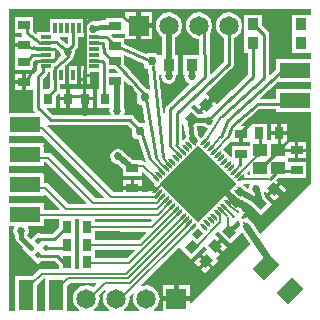
<source format=gtl>
%FSLAX33Y33*%
%MOMM*%
%AMRect-W741421-H941421-RO1.000*
21,1,0.741421,0.941421,0.,0.,180*%
%AMRect-W741421-H941421-RO0.500*
21,1,0.741421,0.941421,0.,0.,270*%
%AMRect-W1650000-H1650000-RO1.500*
21,1,1.65,1.65,0.,0.,90*%
%AMRect-W741421-H941421-RO1.750*
21,1,0.741421,0.941421,0.,0.,45*%
%AMRect-W1650000-H1650000-RO0.500*
21,1,1.65,1.65,0.,0.,270*%
%AMRect-W1270000-H2540000-RO0.500*
21,1,1.27,2.54,0.,0.,270*%
%AMRR-H750000-W750000-R375000-RO0.000*
1,1,0.75,0.,0.*
1,1,0.75,0.,0.*
1,1,0.75,0.,-0.*
1,1,0.75,-0.,0.*%
%AMRect-W741421-H941421-RO1.500*
21,1,0.741421,0.941421,0.,0.,90*%
%AMRect-W293622-H923461-RO0.500*
21,1,0.293622,0.923461,0.,0.,270*%
%AMRect-W923461-H293622-RO0.500*
21,1,0.923461,0.293622,0.,0.,270*%
%AMRect-W1317432-H1824264-RO0.250*
21,1,1.317432,1.824264,0.,0.,315*%
%AMRect-W741421-H941421-RO0.250*
21,1,0.741421,0.941421,0.,0.,315*%
%AMRect-W891421-H1041420-RO1.000*
21,1,0.891421,1.04142,0.,0.,180*%
%AMRect-W741421-H941421-RO0.750*
21,1,0.741421,0.941421,0.,0.,225*%
%AMRect-W1141421-H1041421-RO1.000*
21,1,1.141421,1.041421,0.,0.,180*%
%AMRR-H750000-W243205-R121602-RO0.250*
21,1,0.000001,0.75,0.,0.,315*
21,1,0.243205,0.506796,0.,0.,315*
1,1,0.243204,0.1791790906,0.1791797977*
1,1,0.243204,0.1791797977,0.1791790906*
1,1,0.243204,-0.1791790906,-0.1791797977*
1,1,0.243204,-0.1791797977,-0.1791790906*%
%AMRR-H243205-W750000-R121602-RO0.250*
21,1,0.506796,0.243205,0.,0.,315*
21,1,0.75,0.000001,0.,0.,315*
1,1,0.243204,-0.1791790906,0.1791797977*
1,1,0.243204,0.1791797977,-0.1791790906*
1,1,0.243204,0.1791790906,-0.1791797977*
1,1,0.243204,-0.1791797977,0.1791790906*%
%AMRect-W3838000-H3838000-RO0.250*
21,1,3.838,3.838,0.,0.,315*%
%AMRect-W4600000-H4600000-RO0.250*
21,1,4.6,4.6,0.,0.,315*%
%AMRect-W450000-H450000-RO1.250*
21,1,0.45,0.45,0.,0.,135*%
%ADD10C,0.254*%
%ADD11C,0.5588*%
%ADD12C,0.2032*%
%ADD13C,0.2286*%
%ADD14C,0.508*%
%ADD15C,0.4572*%
%ADD16C,0.381*%
%ADD17C,0.1778*%
%ADD18C,0.6096*%
%ADD19C,0.5842*%
%ADD20C,0.6858*%
%ADD21Rect-W741421-H941421-RO1.000*%
%ADD22Rect-W741421-H941421-RO0.500*%
%ADD23C,1.65*%
%ADD24Rect-W1650000-H1650000-RO1.500*%
%ADD25Rect-W741421-H941421-RO1.750*%
%ADD26C,1.65*%
%ADD27Rect-W1650000-H1650000-RO0.500*%
%ADD28Rect-W1270000-H2540000-RO0.500*%
%ADD29C,0.32*%
%ADD30RR-H750000-W750000-R375000-RO0.000*%
%ADD31Rect-W741421-H941421-RO1.500*%
%ADD32Rect-W293622-H923461-RO0.500*%
%ADD33Rect-W923461-H293622-RO0.500*%
%ADD34R,0.9X1.*%
%ADD35Rect-W1317432-H1824264-RO0.250*%
%ADD36Rect-W741421-H941421-RO0.250*%
%ADD37R,1.27X2.54*%
%ADD38Rect-W891421-H1041420-RO1.000*%
%ADD39Rect-W741421-H941421-RO0.750*%
%ADD40Rect-W1141421-H1041421-RO1.000*%
%ADD41R,0.741421X0.941421*%
%ADD42RR-H750000-W243205-R121602-RO0.250*%
%ADD43RR-H243205-W750000-R121602-RO0.250*%
%ADD44Rect-W3838000-H3838000-RO0.250*%
%ADD45Rect-W4600000-H4600000-RO0.250*%
%ADD46Rect-W450000-H450000-RO1.250*%
D10*
%LNpour fill*%
G36*
G01*
X16407Y16756D02*
X16305Y16859D01*
X17260Y17814D01*
X17600Y17475D01*
X20218Y19923D01*
X20218Y21839D01*
X19870Y21839D01*
X19870Y25049D01*
X21380Y25049D01*
X21380Y24189D01*
X21895Y23673D01*
X21989Y23533D01*
X22022Y23368D01*
X22022Y20001D01*
X22113Y19961D01*
X22607Y20413D01*
X22607Y21260D01*
X25527Y21260D01*
X25527Y21839D01*
X23970Y21839D01*
X23970Y25049D01*
X25527Y25049D01*
X25527Y25527D01*
X11173Y25527D01*
X11173Y25260D01*
X12103Y25260D01*
X12103Y24330D01*
X11173Y24330D01*
X11173Y25260D01*
X11173Y25527D01*
X0Y25527D01*
X0Y16688D01*
X2155Y16688D01*
X2193Y16784D01*
X2108Y16865D01*
X2064Y16931D01*
X2018Y16995D01*
X2017Y17001D01*
X2014Y17005D01*
X1999Y17083D01*
X1981Y17160D01*
X1981Y18693D01*
X1391Y18693D01*
X1391Y19216D01*
X1087Y19216D01*
X1087Y18693D01*
X0463Y18693D01*
X0463Y19216D01*
X1087Y19216D01*
X1391Y19216D01*
X1391Y20044D01*
X1087Y20044D01*
X1087Y19521D01*
X0463Y19521D01*
X0463Y20044D01*
X1087Y20044D01*
X1391Y20044D01*
X2108Y20044D01*
X2388Y20373D01*
X2388Y21234D01*
X2190Y21234D01*
X2015Y20964D01*
X2015Y20393D01*
X0463Y20393D01*
X0463Y22328D01*
X1315Y22328D01*
X1315Y22633D01*
X0463Y22633D01*
X0463Y23156D01*
X1087Y23156D01*
X1127Y23246D01*
X1102Y23275D01*
X1046Y23434D01*
X1050Y23505D01*
X0463Y23505D01*
X0463Y24856D01*
X2015Y24856D01*
X2015Y23629D01*
X2304Y23412D01*
X2388Y23454D01*
X2388Y23622D01*
X3464Y23622D01*
X3464Y24697D01*
X6263Y24697D01*
X6263Y23855D01*
X6568Y23855D01*
X6568Y24697D01*
X6867Y24697D01*
X6867Y24460D01*
X7118Y24527D01*
X7291Y24481D01*
X8191Y24595D01*
X8191Y24806D01*
X9843Y24806D01*
X9843Y25260D01*
X10773Y25260D01*
X10773Y23000D01*
X9742Y23000D01*
X9742Y22565D01*
X11594Y21743D01*
X11617Y21759D01*
X11760Y21787D01*
X12370Y21787D01*
X12513Y21759D01*
X12635Y21677D01*
X12668Y21628D01*
X12954Y21628D01*
X12954Y23183D01*
X12667Y23381D01*
X12416Y23860D01*
X12416Y23930D01*
X12103Y23930D01*
X12103Y23000D01*
X11173Y23000D01*
X11173Y23930D01*
X12103Y23930D01*
X12416Y23930D01*
X12416Y24400D01*
X12667Y24879D01*
X13112Y25186D01*
X13649Y25252D01*
X14155Y25060D01*
X14513Y24655D01*
X14643Y24130D01*
X14513Y23605D01*
X14155Y23200D01*
X14072Y23169D01*
X14072Y21628D01*
X14263Y21628D01*
X14263Y19977D01*
X14123Y19977D01*
X14161Y19837D01*
X14074Y19514D01*
X13837Y19276D01*
X13513Y19190D01*
X13189Y19276D01*
X12952Y19514D01*
X12865Y19837D01*
X12903Y19977D01*
X12688Y19977D01*
X13061Y16750D01*
X13203Y16757D01*
X13208Y17057D01*
X13227Y17136D01*
X13244Y17215D01*
X13246Y17218D01*
X13246Y17221D01*
X13293Y17287D01*
X13340Y17354D01*
X15293Y19188D01*
X15271Y19275D01*
X15170Y19302D01*
X14933Y19539D01*
X14846Y19863D01*
X14877Y19977D01*
X14712Y19977D01*
X14712Y21628D01*
X16117Y21628D01*
X16108Y23018D01*
X15652Y23074D01*
X15207Y23381D01*
X14956Y23860D01*
X14956Y24400D01*
X15207Y24879D01*
X15652Y25186D01*
X16189Y25252D01*
X16695Y25060D01*
X17053Y24655D01*
X17183Y24130D01*
X17053Y23605D01*
X16968Y23509D01*
X16991Y20085D01*
X17083Y20046D01*
X18161Y21061D01*
X18161Y23095D01*
X17747Y23381D01*
X17496Y23860D01*
X17496Y24400D01*
X17747Y24879D01*
X18192Y25186D01*
X18729Y25252D01*
X19235Y25060D01*
X19593Y24655D01*
X19723Y24130D01*
X19593Y23605D01*
X19235Y23200D01*
X19025Y23121D01*
X19025Y20828D01*
X18992Y20663D01*
X18898Y20523D01*
X18758Y20429D01*
X18748Y20427D01*
X16635Y18439D01*
X17045Y18030D01*
X16089Y17075D01*
X15651Y17513D01*
X15397Y17273D01*
X16008Y16662D01*
X16369Y16662D01*
X9843Y23454D02*
X8684Y23454D01*
X8645Y23360D01*
X8900Y23106D01*
X9843Y23106D01*
X4996Y22683D02*
X4996Y23164D01*
X4464Y23164D01*
X4367Y23164D01*
X4272Y23164D01*
X4236Y23064D01*
X4860Y22546D01*
X8496Y16916D02*
X8564Y17170D01*
X7421Y17170D01*
X7421Y18721D01*
X7620Y18721D01*
X7620Y20219D01*
X6867Y20219D01*
X6867Y20062D01*
X6568Y20062D01*
X6568Y19757D01*
X6867Y19757D01*
X6867Y19143D01*
X6568Y19143D01*
X6568Y19757D01*
X6568Y20062D01*
X6339Y20062D01*
X6339Y19986D01*
X6263Y19986D01*
X6263Y19143D01*
X6068Y19143D01*
X6068Y20676D01*
X6410Y20676D01*
X6410Y23164D01*
X5834Y23164D01*
X5834Y22510D01*
X5802Y22349D01*
X5712Y22213D01*
X5562Y22064D01*
X5601Y21920D01*
X5514Y21596D01*
X5379Y21462D01*
X5383Y21428D01*
X5337Y21266D01*
X5233Y21134D01*
X4911Y20860D01*
X5068Y20676D01*
X5763Y20676D01*
X5763Y19143D01*
X5068Y19143D01*
X5068Y20676D01*
X4911Y20860D01*
X4811Y20776D01*
X4820Y20752D01*
X4763Y20752D01*
X4763Y19143D01*
X4331Y19143D01*
X4331Y18721D01*
X4831Y18721D01*
X5136Y18721D01*
X6245Y18721D01*
X6549Y18721D01*
X7072Y18721D01*
X7072Y18098D01*
X6549Y18098D01*
X6549Y18721D01*
X6245Y18721D01*
X6245Y17170D01*
X6549Y17170D01*
X6549Y17793D01*
X7072Y17793D01*
X7072Y17170D01*
X6549Y17170D01*
X6245Y17170D01*
X5136Y17170D01*
X5136Y18721D01*
X4831Y18721D01*
X4831Y18098D01*
X4308Y18098D01*
X4308Y17793D01*
X4831Y17793D01*
X4831Y17170D01*
X4308Y17170D01*
X4308Y17793D01*
X4308Y18098D01*
X4308Y18323D01*
X4220Y18364D01*
X3959Y18143D01*
X3959Y17170D01*
X3179Y17170D01*
X3140Y17074D01*
X3680Y16561D01*
X8592Y16561D01*
X3231Y22323D02*
X2313Y22323D01*
X2218Y22386D01*
X2204Y22407D01*
X2099Y22486D01*
X2015Y22444D01*
X2015Y22098D01*
X2312Y22098D01*
X2312Y22018D01*
X3231Y22018D01*
X3997Y21233D02*
X4010Y21228D01*
X4402Y21561D01*
X4306Y21916D01*
X4009Y22163D01*
X3921Y22122D01*
X3921Y21323D01*
X3078Y21323D01*
X3078Y21018D01*
X3997Y21018D01*
X11767Y20426D02*
X11617Y20456D01*
X11495Y20537D01*
X11414Y20659D01*
X11385Y20803D01*
X11385Y20891D01*
X9748Y21617D01*
X9748Y20852D01*
X11624Y18739D01*
X11811Y18739D01*
X11965Y18709D01*
X9191Y20178D02*
X8961Y20437D01*
X8484Y20437D01*
X8484Y20089D01*
X9151Y20089D01*
X3493Y18879D02*
X3493Y19143D01*
X3464Y19143D01*
X3464Y20219D01*
X3297Y20219D01*
X3269Y20079D01*
X3176Y19938D01*
X3121Y19902D01*
X2845Y19577D01*
X2845Y18721D01*
X3306Y18721D01*
X11266Y17380D02*
X11201Y17380D01*
X11058Y17408D01*
X10936Y17489D01*
X10855Y17611D01*
X10826Y17755D01*
X10826Y18337D01*
X9846Y19441D01*
X9748Y19403D01*
X9748Y18737D01*
X9703Y18737D01*
X9703Y17248D01*
X9792Y16916D01*
X9696Y16561D01*
X10236Y16561D01*
X10401Y16528D01*
X10542Y16434D01*
X10593Y16358D01*
X11056Y15894D01*
X11379Y15894D01*
X11532Y15864D01*
X22607Y18720D02*
X25527Y18720D01*
X25527Y19380D01*
X22757Y19380D01*
X21249Y18004D01*
X21286Y17907D01*
X22607Y17907D01*
X25527Y10795D02*
X25527Y16840D01*
X22607Y16840D01*
X22607Y17043D01*
X21191Y17043D01*
X19644Y15718D01*
X19681Y15618D01*
X20496Y15618D01*
X20496Y15800D01*
X21847Y15800D01*
X21847Y14415D01*
X22196Y14415D01*
X22196Y14872D01*
X22196Y15177D01*
X22196Y15800D01*
X22719Y15800D01*
X22719Y15177D01*
X22196Y15177D01*
X22196Y14872D01*
X23024Y14872D01*
X23024Y15177D01*
X23024Y15800D01*
X23547Y15800D01*
X23547Y15177D01*
X23024Y15177D01*
X23024Y14872D01*
X23547Y14872D01*
X23547Y14415D01*
X23652Y14415D01*
X23652Y14239D01*
X24182Y14239D01*
X24487Y14239D01*
X25110Y14239D01*
X25110Y13716D01*
X24487Y13716D01*
X24487Y14239D01*
X24182Y14239D01*
X24182Y12888D01*
X24487Y12888D01*
X24487Y13411D01*
X25110Y13411D01*
X25110Y12888D01*
X24487Y12888D01*
X24182Y12888D01*
X23651Y12888D01*
X23652Y12539D01*
X25110Y12539D01*
X25110Y11188D01*
X23559Y11188D01*
X23559Y11214D01*
X22741Y11214D01*
X22607Y11087D01*
X22789Y10906D01*
X22203Y10320D01*
X22419Y10105D01*
X22419Y10105D01*
X22634Y10320D01*
X23004Y10690D01*
X23445Y10250D01*
X23075Y9880D01*
X22634Y10320D01*
X22419Y10105D01*
X22860Y9664D01*
X22490Y9294D01*
X22049Y9735D01*
X22419Y10105D01*
X22203Y10320D01*
X21833Y9950D01*
X21691Y10092D01*
X21590Y10035D01*
X21706Y9585D01*
X22243Y9047D01*
X21288Y8092D01*
X20417Y8963D01*
X19727Y9352D01*
X19647Y9272D01*
X19113Y9807D01*
X18897Y9591D01*
X19432Y9056D01*
X19365Y8989D01*
X18830Y9524D01*
X18615Y9308D01*
X19203Y8720D01*
X19343Y8859D01*
X19473Y8744D01*
X19543Y8734D01*
X19741Y8562D01*
X19808Y8332D01*
X19967Y8309D01*
X19975Y8303D01*
X19612Y7941D01*
X19828Y7725D01*
X20182Y8079D01*
X20239Y7887D01*
X20203Y7765D01*
X20434Y7667D01*
X20601Y7497D01*
X21246Y6514D01*
X14939Y14677D02*
X14762Y15832D01*
X14622Y15822D01*
X14609Y14480D01*
X14703Y14440D01*
X9660Y10246D02*
X9660Y10551D01*
X9660Y11074D01*
X10283Y11074D01*
X10283Y10551D01*
X9660Y10551D01*
X9660Y10246D01*
X10588Y10246D01*
X10588Y10551D01*
X10588Y11074D01*
X11211Y11074D01*
X11211Y10551D01*
X10588Y10551D01*
X10588Y10246D01*
X11211Y10246D01*
X11211Y10008D01*
X11659Y10008D01*
X11722Y10117D01*
X12009Y10404D01*
X12364Y10049D01*
X12580Y10264D01*
X12225Y10620D01*
X12307Y10703D01*
X11722Y11288D01*
X11683Y11355D01*
X11305Y11733D01*
X11211Y11694D01*
X11211Y11423D01*
X9660Y11423D01*
X9660Y11984D01*
X9134Y12424D01*
X8871Y12495D01*
X8634Y12732D01*
X8547Y13056D01*
X8634Y13379D01*
X8871Y13617D01*
X9195Y13703D01*
X9519Y13617D01*
X9756Y13379D01*
X9762Y13356D01*
X10457Y12774D01*
X11211Y12774D01*
X11211Y12649D01*
X11370Y12649D01*
X11572Y12609D01*
X10944Y14535D01*
X10770Y14535D01*
X10626Y14563D01*
X10504Y14645D01*
X10423Y14766D01*
X10395Y14910D01*
X10395Y15335D01*
X10032Y15697D01*
X3480Y15697D01*
X3278Y15737D01*
X3225Y15638D01*
X8855Y10008D01*
X9660Y10008D01*
X16471Y14866D02*
X16838Y15449D01*
X16570Y15520D01*
X16495Y15596D01*
X15877Y15596D01*
X15988Y14876D01*
X16143Y14721D01*
X16216Y14611D01*
X18875Y13039D02*
X18875Y13918D01*
X20400Y13918D01*
X20400Y14267D01*
X19803Y14267D01*
X19803Y15019D01*
X19498Y15019D01*
X19498Y14267D01*
X18875Y14267D01*
X18875Y14306D01*
X18779Y14345D01*
X18126Y13654D01*
X18781Y13000D01*
X8069Y9644D02*
X2905Y14808D01*
X0Y14808D01*
X0Y14148D01*
X2946Y14148D01*
X2946Y13360D01*
X3302Y13360D01*
X3458Y13329D01*
X3589Y13241D01*
X7280Y9550D01*
X8030Y9550D01*
X6545Y9136D02*
X3134Y12548D01*
X2946Y12548D01*
X2946Y12268D01*
X0Y12268D01*
X0Y11608D01*
X2946Y11608D01*
X2946Y10820D01*
X3048Y10820D01*
X3204Y10789D01*
X3335Y10701D01*
X4994Y9042D01*
X6506Y9042D01*
X20400Y11819D02*
X20306Y11858D01*
X20115Y11666D01*
X20274Y11506D01*
X20400Y11506D01*
X20361Y10693D02*
X19878Y10693D01*
X19839Y10599D01*
X19903Y10536D01*
X20264Y10332D01*
X4259Y8628D02*
X3040Y9847D01*
X2946Y9808D01*
X2946Y9728D01*
X0Y9728D01*
X0Y9068D01*
X2946Y9068D01*
X2946Y8534D01*
X4220Y8534D01*
X12089Y7628D02*
X12050Y7722D01*
X7266Y7722D01*
X7266Y7517D01*
X11967Y7506D01*
X2481Y6675D02*
X2684Y6472D01*
X3656Y6472D01*
X4215Y7030D01*
X4215Y7722D01*
X2946Y7722D01*
X2946Y7188D01*
X1593Y7188D01*
X1554Y7094D01*
X1577Y7071D01*
X1664Y6747D01*
X1577Y6423D01*
X1529Y6376D01*
X1855Y6050D01*
X5915Y7722D02*
X5566Y7722D01*
X5566Y3531D01*
X5915Y3531D01*
X0508Y2896D02*
X1967Y2896D01*
X2483Y3412D01*
X2614Y3500D01*
X2770Y3531D01*
X4215Y3531D01*
X4215Y3841D01*
X3878Y4178D01*
X2684Y4178D01*
X2481Y3975D01*
X1130Y5325D01*
X1155Y5349D01*
X0666Y5838D01*
X0558Y5999D01*
X0521Y6188D01*
X0521Y6358D01*
X0455Y6423D01*
X0368Y6747D01*
X0455Y7071D01*
X0478Y7094D01*
X0439Y7188D01*
X0Y7188D01*
X0Y0D01*
X0508Y0D01*
X16419Y6591D02*
X16021Y6988D01*
X15492Y6458D01*
X15898Y6052D01*
X13018Y0816D02*
X14348Y0816D01*
X14348Y1216D01*
X14348Y2146D01*
X15278Y2146D01*
X15278Y1216D01*
X14348Y1216D01*
X14348Y0816D01*
X15278Y0816D01*
X15278Y0679D01*
X15372Y0640D01*
X20366Y5634D01*
X19708Y6635D01*
X18718Y5646D01*
X17660Y6704D01*
X17417Y6453D01*
X17816Y6055D01*
X17446Y5685D01*
X17661Y5470D01*
X18031Y5839D01*
X18472Y5399D01*
X18102Y5029D01*
X17661Y5470D01*
X17446Y5685D01*
X17284Y5523D01*
X17338Y5470D01*
X17284Y5416D01*
X17886Y4813D01*
X17511Y4439D01*
X17709Y4241D01*
X17269Y3800D01*
X17053Y3585D01*
X16613Y3144D01*
X16243Y3514D01*
X16683Y3954D01*
X17053Y3585D01*
X17269Y3800D01*
X16683Y4386D01*
X16468Y4170D01*
X16027Y3729D01*
X15657Y4099D01*
X16098Y4540D01*
X16468Y4170D01*
X16683Y4386D01*
X16313Y4755D01*
X16759Y5201D01*
X16512Y5448D01*
X15411Y4346D01*
X14381Y5376D01*
X11177Y2172D01*
X11225Y2075D01*
X11744Y2138D01*
X12250Y1946D01*
X12608Y1541D01*
X12707Y1139D01*
X13018Y1216D01*
X13018Y2146D01*
X13948Y2146D01*
X13948Y1216D01*
X13018Y1216D01*
X12707Y1139D01*
X12738Y1016D01*
X12608Y0491D01*
X12253Y0090D01*
X12293Y0D01*
X13018Y0D01*
X11627Y6600D02*
X11588Y6694D01*
X7266Y6704D01*
X7266Y5985D01*
X11012Y5985D01*
X10671Y5078D02*
X10632Y5172D01*
X7266Y5172D01*
X7266Y4420D01*
X10012Y4420D01*
X3048Y2718D02*
X2938Y2718D01*
X2388Y2167D01*
X2388Y0D01*
X3048Y0D01*
X5914Y0107D02*
X5682Y0267D01*
X5431Y0746D01*
X5431Y1286D01*
X5682Y1765D01*
X6127Y2072D01*
X6664Y2138D01*
X7127Y1962D01*
X7408Y2243D01*
X7369Y2337D01*
X5186Y2337D01*
X4928Y2079D01*
X4928Y0D01*
X5880Y0D01*
X8454Y0107D02*
X8222Y0267D01*
X7971Y0746D01*
X7971Y1286D01*
X8177Y1678D01*
X8071Y1756D01*
X7593Y1278D01*
X7658Y1016D01*
X7528Y0491D01*
X7173Y0090D01*
X7213Y0D01*
X8420Y0D01*
X10994Y0107D02*
X10762Y0267D01*
X10511Y0746D01*
X10511Y1286D01*
X10551Y1363D01*
X10446Y1441D01*
X10163Y1158D01*
X10198Y1016D01*
X10068Y0491D01*
X9713Y0090D01*
X9753Y0D01*
X10960Y0D01*
G37*
%LNtop copper_traces*%
X21590Y23368D02*
X21590Y23114D01*
X10312Y24333D02*
X9677Y24892D01*
X12471Y13005D02*
X11608Y17932D01*
D11*
X19101Y9322D02*
X20320Y8484D01*
D10*
X22903Y13745D02*
X24233Y14948D01*
D12*
X5017Y2743D02*
X4508Y2234D01*
D13*
X7569Y22657D02*
X7950Y22657D01*
D12*
X7112Y9144D02*
X3302Y12954D01*
D10*
X9144Y19152D02*
X8915Y19558D01*
D13*
X4051Y4597D02*
X4635Y4013D01*
D10*
X24106Y13620D02*
X22903Y13620D01*
X22827Y13570D02*
X21572Y12365D01*
X22827Y14898D02*
X22827Y13570D01*
D13*
X4953Y22047D02*
X4953Y21463D01*
D10*
X2870Y20650D02*
X2870Y20244D01*
D13*
X3912Y19583D02*
X3912Y18669D01*
D14*
X9144Y17145D02*
X9144Y19152D01*
D13*
X6401Y23546D02*
X6401Y20371D01*
D10*
X18898Y15646D02*
X21031Y17475D01*
D14*
X10160Y12294D02*
X9220Y13081D01*
D12*
X3302Y12954D02*
X2540Y12954D01*
D15*
X16942Y16129D02*
X15748Y16129D01*
D10*
X14173Y14122D02*
X14199Y16739D01*
D13*
X3155Y22708D02*
X4009Y22708D01*
D10*
X18186Y10185D02*
X18237Y10211D01*
X16739Y16078D02*
X20650Y19736D01*
X3480Y16129D02*
X10236Y16129D01*
X18440Y16027D02*
X23063Y20244D01*
X19507Y12344D02*
X19583Y13081D01*
D12*
X13550Y9079D02*
X12624Y8128D01*
D10*
X2845Y20244D02*
X2413Y19736D01*
D13*
X4889Y7112D02*
X3830Y6053D01*
D12*
X14529Y13614D02*
X14148Y14046D01*
X17882Y8001D02*
X17882Y7518D01*
D10*
X2489Y22733D02*
X1473Y23495D01*
X4089Y21463D02*
X3708Y21158D01*
X11582Y18136D02*
X8966Y21082D01*
X5969Y19634D02*
X6223Y19634D01*
D13*
X3082Y5325D02*
X4890Y5325D01*
D15*
X19939Y8052D02*
X20295Y8458D01*
D13*
X3912Y20599D02*
X3912Y20244D01*
D16*
X1880Y5325D02*
X1016Y6188D01*
D10*
X3912Y18669D02*
X3404Y18237D01*
X21216Y13656D02*
X21434Y13265D01*
D12*
X19609Y11100D02*
X22022Y11100D01*
X2540Y8128D02*
X12624Y8128D01*
D10*
X1473Y23546D02*
X1473Y24206D01*
D13*
X12701Y9928D02*
X12375Y9601D01*
D10*
X18593Y20828D02*
X18593Y23622D01*
D12*
X19533Y11659D02*
X21082Y13208D01*
X17907Y16383D02*
X16739Y14529D01*
D14*
X22530Y10312D02*
X23266Y9677D01*
D10*
X3531Y22174D02*
X3785Y22174D01*
D12*
X18694Y8890D02*
X19355Y8306D01*
D10*
X1956Y21666D02*
X1626Y21158D01*
D13*
X4009Y22708D02*
X4928Y21946D01*
D12*
X13056Y12243D02*
X12471Y12954D01*
D14*
X15469Y19990D02*
X15469Y20676D01*
D10*
X13640Y17043D02*
X13589Y13995D01*
X17907Y14707D02*
X18415Y15977D01*
X2413Y19736D02*
X2413Y17170D01*
X2845Y21666D02*
X1956Y21666D01*
D14*
X20828Y9373D02*
X19431Y10160D01*
D12*
X8636Y9652D02*
X2794Y15494D01*
X3048Y10414D02*
X2286Y10414D01*
X13832Y8796D02*
X12135Y7099D01*
D10*
X4953Y21463D02*
X3937Y20599D01*
X22827Y13570D02*
X22472Y13265D01*
D12*
X2794Y15494D02*
X2032Y15494D01*
D10*
X6223Y18186D02*
X6274Y18237D01*
D16*
X1016Y6188D02*
X1016Y6747D01*
D15*
X19253Y7366D02*
X18618Y6731D01*
D12*
X11370Y12243D02*
X10435Y12243D01*
D10*
X20904Y16383D02*
X19650Y15129D01*
X18136Y10008D02*
X18034Y10008D01*
D12*
X17577Y13665D02*
X18466Y14605D01*
D10*
X20650Y19736D02*
X20650Y22352D01*
D13*
X4928Y19507D02*
X4928Y18313D01*
D12*
X12375Y9601D02*
X8687Y9601D01*
D10*
X2413Y17170D02*
X3454Y16180D01*
X2337Y21133D02*
X1473Y19558D01*
D12*
X14964Y7665D02*
X10042Y2743D01*
X18493Y7948D02*
X18517Y7099D01*
X18468Y7973D02*
X18110Y8331D01*
D14*
X6426Y16916D02*
X6426Y17577D01*
D10*
X3785Y22174D02*
X4089Y21946D01*
D13*
X2608Y4597D02*
X4051Y4597D01*
D12*
X13267Y9347D02*
X12556Y8636D01*
D13*
X2743Y21158D02*
X2388Y21158D01*
D10*
X1524Y22301D02*
X2769Y22174D01*
D17*
X12624Y10414D02*
X12954Y10719D01*
D10*
X7823Y21158D02*
X8026Y20955D01*
D18*
X20091Y7163D02*
X22174Y3988D01*
D12*
X13030Y12979D02*
X13360Y12522D01*
D13*
X3175Y22682D02*
X2515Y22682D01*
D12*
X12954Y9601D02*
X12497Y9144D01*
X10181Y4013D02*
X6590Y4013D01*
D10*
X21242Y14821D02*
X21216Y13656D01*
D13*
X3830Y6053D02*
X2516Y6053D01*
D12*
X14115Y8514D02*
X11181Y5579D01*
X12418Y11194D02*
X11370Y12243D01*
D10*
X6325Y18415D02*
X6325Y19685D01*
X7137Y24917D02*
X6452Y24282D01*
D19*
X19025Y9398D02*
X18263Y10160D01*
D12*
X10042Y2743D02*
X5017Y2743D01*
X12418Y10211D02*
X10435Y10211D01*
D10*
X8230Y23165D02*
X8763Y22631D01*
X9271Y22301D02*
X12192Y21006D01*
X1295Y19304D02*
X1549Y19355D01*
D12*
X15530Y7099D02*
X9319Y0889D01*
D10*
X21057Y17475D02*
X24867Y17475D01*
D12*
X14681Y7948D02*
X9857Y3124D01*
D10*
X17145Y3683D02*
X16510Y4318D01*
X20828Y24130D02*
X21590Y23368D01*
D12*
X7061Y1321D02*
X6528Y1321D01*
X8101Y2361D02*
X7061Y1321D01*
D10*
X21082Y13208D02*
X21158Y13208D01*
X22047Y11151D02*
X22555Y11633D01*
D12*
X2770Y3124D02*
X1880Y2234D01*
D13*
X7493Y21158D02*
X7823Y21158D01*
D10*
X3708Y21158D02*
X3531Y21158D01*
X8077Y21793D02*
X8611Y21184D01*
D12*
X14398Y8231D02*
X10181Y4013D01*
X10242Y2361D02*
X8101Y2361D01*
X4826Y8636D02*
X3048Y10414D01*
D14*
X15494Y14580D02*
X15748Y14326D01*
D10*
X4089Y21920D02*
X4089Y21463D01*
D12*
X18364Y8636D02*
X18999Y7950D01*
X2770Y3124D02*
X9857Y3124D01*
D10*
X16561Y19787D02*
X13640Y17043D01*
X8611Y21184D02*
X8763Y21184D01*
D12*
X12446Y9144D02*
X7112Y9144D01*
D10*
X1295Y18186D02*
X1295Y19304D01*
X12167Y20726D02*
X13056Y13030D01*
D12*
X12135Y7099D02*
X6590Y7112D01*
D10*
X18186Y4699D02*
X17551Y5334D01*
D12*
X12040Y12725D02*
X12954Y11786D01*
D13*
X7569Y23165D02*
X8230Y23165D01*
D10*
X24055Y11831D02*
X22852Y11831D01*
X4928Y18313D02*
X4953Y18237D01*
X18491Y14656D02*
X18847Y15596D01*
D14*
X16815Y17526D02*
X17170Y17882D01*
D12*
X15247Y7366D02*
X10242Y2361D01*
X12556Y8636D02*
X4826Y8636D01*
X11181Y5579D02*
X6590Y5579D01*
D10*
X11963Y12802D02*
X11176Y15215D01*
D12*
X19279Y11989D02*
X19533Y12344D01*
D15*
X8763Y24130D02*
X7163Y23927D01*
D10*
X16535Y23622D02*
X16561Y19812D01*
D12*
X13614Y13970D02*
X14224Y13335D01*
D10*
X5258Y18186D02*
X6223Y18186D01*
X9576Y24917D02*
X7137Y24917D01*
X17983Y16434D02*
X21590Y19660D01*
D12*
X22442Y12167D02*
X22442Y12167D01*
D10*
X22903Y13620D02*
X22776Y13390D01*
D12*
X17882Y7518D02*
X15900Y5470D01*
D10*
X7950Y22631D02*
X8052Y21844D01*
D13*
X5415Y22509D02*
X4953Y22047D01*
D15*
X15291Y15900D02*
X15494Y14580D01*
D13*
X5415Y23546D02*
X5415Y22509D01*
D10*
X22835Y20015D02*
X25222Y20015D01*
D14*
X13513Y19888D02*
X13513Y23393D01*
D12*
X17247Y13919D02*
X17882Y14656D01*
D14*
X20930Y10363D02*
X21209Y9271D01*
D10*
X10211Y16129D02*
X10947Y15392D01*
X8052Y20955D02*
X8052Y18263D01*
X21590Y23114D02*
X21590Y19685D01*
X14199Y16739D02*
X18517Y20803D01*
D20*
X13513Y18263D03*
X20904Y16383D03*
X7874Y13970D03*
X22428Y8534D03*
X3302Y9144D03*
X1372Y18263D03*
X3226Y13970D03*
X7118Y23880D03*
X23444Y9550D03*
X13431Y10719D03*
X16002Y11989D03*
X17450Y21234D03*
X1016Y6747D03*
X18593Y10693D03*
X17399Y10693D03*
X17399Y9347D03*
X10287Y20904D03*
X15494Y19863D03*
X17321Y3454D03*
X14732Y10719D03*
X9195Y13056D03*
X19482Y5639D03*
X6452Y16840D03*
X24106Y14847D03*
X16205Y2337D03*
X14732Y11993D03*
X23063Y24244D03*
X21387Y7518D03*
X4953Y21920D03*
X3226Y11684D03*
X9144Y16916D03*
X16002Y13166D03*
X10211Y18796D03*
X24360Y10566D03*
X16027Y8001D03*
X13513Y19837D03*
X20345Y8509D03*
X16027Y9347D03*
X16894Y16081D03*
X20914Y10337D03*
X17344Y18055D03*
X18385Y4517D03*
%LNtop copper component 63888d0d71a6bbac*%
D21*
X6590Y5579D03*
X4890Y5579D03*
%LNtop copper component 703fe591501cbc8f*%
D22*
X24335Y13563D03*
X24335Y11863D03*
%LNtop copper component 07747c070a6d73cb*%
X10435Y12098D03*
X10435Y10398D03*
%LNtop copper component 800e0844de41ef63*%
D23*
X13513Y24130D03*
X16053Y24130D03*
X18593Y24130D03*
D24*
X10973Y24130D03*
%LNtop copper component 063fa78f45d212e5*%
D25*
X21217Y9118D03*
X22419Y10320D03*
%LNtop copper component 1b95c2daf294ff73*%
D26*
X11608Y1016D03*
X9068Y1016D03*
X6528Y1016D03*
D27*
X14148Y1016D03*
%LNtop copper component 9a176432f7cf172c*%
D28*
X1372Y10668D03*
%LNtop copper component 57f7bb6b34cfe951*%
D29*
X18996Y7957D03*
X19903Y7404D03*
X19420Y7533D03*
X19774Y7887D03*
X19350Y8311D03*
%LNtop copper component 824781f5bf643550*%
D21*
X22872Y15025D03*
X21172Y15025D03*
%LNtop copper component 03cd6c6d63c7a67c*%
D30*
X12065Y21107D03*
X12065Y21107D03*
%LNtop copper component 4dcbdc218eb7df55*%
D31*
X19650Y13243D03*
X19650Y14943D03*
%LNtop copper component 18f52f8a688cca6d*%
D32*
X3155Y21170D03*
D33*
X5415Y23931D03*
X5915Y23931D03*
D32*
X7176Y20670D03*
X7176Y22170D03*
X7176Y22670D03*
D33*
X4915Y19909D03*
X6415Y23931D03*
D32*
X7176Y23170D03*
D33*
X4415Y19909D03*
D32*
X3155Y22670D03*
X7176Y21170D03*
X3155Y23170D03*
D33*
X5915Y19909D03*
D32*
X3155Y20670D03*
D33*
X4915Y23931D03*
D32*
X3155Y21670D03*
X7176Y21670D03*
X3155Y22170D03*
D33*
X3915Y23931D03*
X5415Y19909D03*
X4415Y23931D03*
X6415Y19909D03*
X3915Y19909D03*
%LNtop copper component 230955736bc0dec0*%
D21*
X6590Y4140D03*
X4890Y4140D03*
%LNtop copper component 3749f5233408bbf3*%
D34*
X24725Y24244D03*
X24725Y22644D03*
X20625Y24244D03*
X20625Y22644D03*
%LNtop copper component 9f3004bb3ab21b86*%
D30*
X11074Y15215D03*
X11074Y15215D03*
%LNtop copper component db375ef090596bd0*%
D22*
X8966Y24130D03*
X8966Y22430D03*
%LNtop copper component f1b8c270e18b6528*%
D35*
X23776Y1698D03*
X21791Y3683D03*
%LNtop copper component 50e32e93e5cbffe0*%
D36*
X15481Y5372D03*
X16683Y4170D03*
%LNtop copper component 9ff5b968d0fa7309*%
D28*
X1372Y15748D03*
%LNtop copper component 29f94a9610b8bd7f*%
D37*
X1448Y1321D03*
%LNtop copper component 236449664774618a*%
D38*
X13513Y20803D03*
X15463Y20803D03*
%LNtop copper component edbb0da92dec2046*%
D28*
X1372Y13208D03*
%LNtop copper component 5e0b1e8ae969094c*%
D22*
X1239Y21068D03*
X1239Y19368D03*
%LNtop copper component 657944f25ef1242f*%
D28*
X24182Y20320D03*
%LNtop copper component 09d4a16645b40eab*%
D22*
X1239Y24181D03*
X1239Y22481D03*
%LNtop copper component b1552962451680fe*%
D31*
X8972Y19413D03*
X8972Y21113D03*
%LNtop copper component 08ab2ea1eb737624*%
D39*
X18648Y6672D03*
X17446Y5470D03*
%LNtop copper component aa8c43ca3479b0fd*%
D25*
X15473Y16242D03*
X16675Y17444D03*
%LNtop copper component 4c206d9429b209c5*%
D40*
X22776Y12040D03*
X22776Y13590D03*
X21276Y13590D03*
X21276Y12040D03*
%LNtop copper component dcd59bb06ba35ff6*%
D41*
X6397Y17946D03*
X8097Y17946D03*
%LNtop copper component 2ef078e0bc91a9e2*%
D21*
X6590Y7112D03*
X4890Y7112D03*
%LNtop copper component b6bea4d189a08c88*%
D41*
X3284Y17946D03*
X4984Y17946D03*
%LNtop copper component 703e91c2f612e613*%
D42*
X17645Y13174D03*
D43*
X14681Y13457D03*
X13832Y12609D03*
X14115Y12892D03*
D42*
X14964Y7665D03*
D43*
X19342Y9928D03*
X15530Y14306D03*
X13267Y12043D03*
D42*
X13267Y9362D03*
D43*
X18776Y9362D03*
X12984Y11760D03*
D42*
X18776Y12043D03*
D44*
X16021Y10703D03*
D42*
X15530Y7099D03*
D43*
X14964Y13740D03*
D45*
X16021Y10703D03*
D43*
X19059Y9645D03*
X12418Y11194D03*
D42*
X12984Y9645D03*
D44*
X16021Y10703D03*
D43*
X19625Y10211D03*
D42*
X17079Y13740D03*
X15247Y7382D03*
D43*
X15247Y14023D03*
X18493Y9079D03*
X17645Y8231D03*
D42*
X12418Y10211D03*
X14681Y7948D03*
D43*
X14398Y13174D03*
D42*
X14115Y8514D03*
X18493Y12326D03*
X12701Y9928D03*
X19342Y11477D03*
D43*
X17928Y8514D03*
D42*
X17362Y13457D03*
X17928Y12892D03*
D43*
X16796Y7382D03*
D42*
X16796Y14023D03*
X13832Y8796D03*
X19625Y11194D03*
X18210Y12609D03*
X16513Y14306D03*
D43*
X13550Y12326D03*
D42*
X14398Y8231D03*
D43*
X16513Y7099D03*
X12701Y11477D03*
D42*
X19059Y11760D03*
X13550Y9079D03*
D43*
X17362Y7948D03*
X17079Y7665D03*
X18210Y8796D03*
%LNtop copper component 66d26c4e5afed26b*%
D37*
X3988Y1321D03*
%LNtop copper component 70772079e51440cb*%
D28*
X1372Y8128D03*
%LNtop copper component 0b3d5d2d41e17186*%
D46*
X2481Y4724D03*
X3082Y5325D03*
X2481Y5926D03*
X1880Y5325D03*
%LNtop copper component 78a258f6d75cc400*%
D28*
X24182Y17780D03*
%LNtop copper component 8468832e9d8019ca*%
D30*
X11506Y18059D03*
X11506Y18059D03*
M02*
</source>
